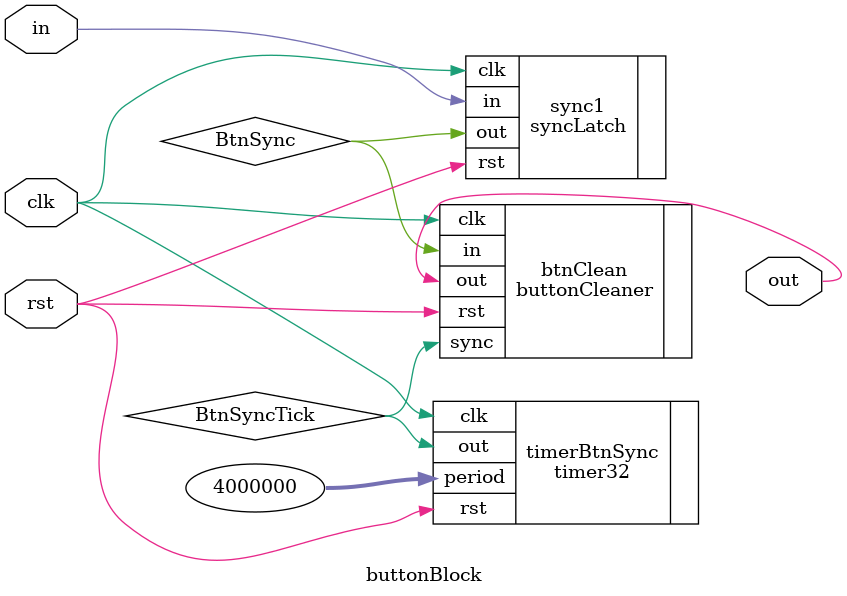
<source format=v>

`timescale 1ns / 1ps


module buttonBlock(
    input in,
    output out,
    input clk,
    input rst
    );
	 
	 wire BtnSyncTick; // сигнал опроса кнопок
	 // тамер опроса кнопки
timer32 timerBtnSync(
		.clk(clk), 
		.rst(rst), 
		.period(4000_000), // период опроса кнопки в тактах, 40мсек
		.out(BtnSyncTick)
	);
	
	wire BtnSync; // синхронизированная кнопка
	// синхронизатор с тактовой частотой
syncLatch sync1(
    .in(in),
    .clk(clk),
	 .rst(rst),
    .out(BtnSync)
    );

	// блок подавления дребезга 
buttonCleaner btnClean(
    .in(BtnSync), // вход кнопки
    .sync(BtnSyncTick), // синхронизация с внешним таймером, определяет период работы схемы устранения "дребезга"
	 .clk(clk), //
	 .rst(rst),
    .out(out) // выход кнопки
    );


endmodule

</source>
